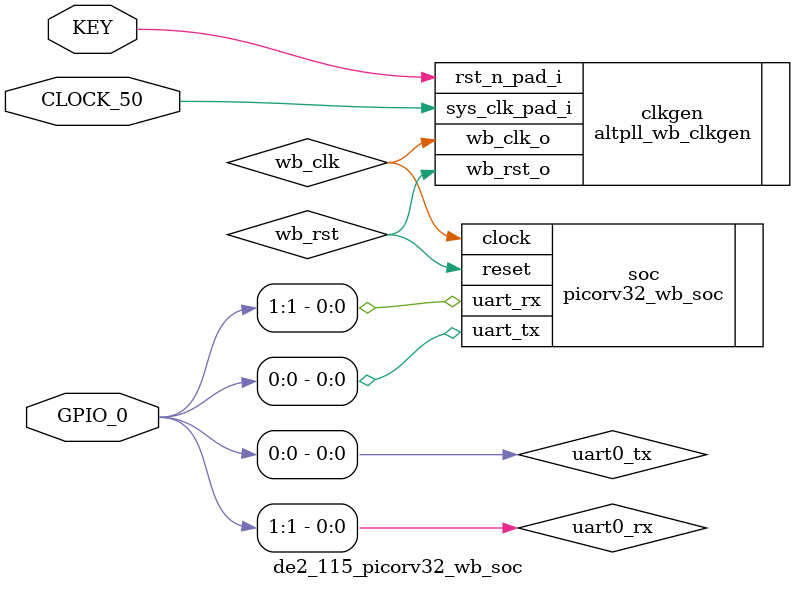
<source format=v>
module de2_115_picorv32_wb_soc(
	input CLOCK_50,
	input KEY,
	inout [1:0] GPIO_0
	);

	wire wb_clk;
	wire wb_rst;

	altpll_wb_clkgen #(
		.DEVICE_FAMILY ("Cyclone IV E"),
		.INPUT_FREQUENCY (50),

		/* wb_clk: 24 MHz */
		.WB_DIVIDE_BY (25),
		.WB_MULTIPLY_BY (12)
	)
	clkgen(
		.sys_clk_pad_i (CLOCK_50),
		.rst_n_pad_i (KEY),

		.wb_clk_o (wb_clk),
		.wb_rst_o (wb_rst)
	);

	wire uart0_rx;
	wire uart0_tx;

	assign GPIO_0[0] = uart0_tx;
	assign uart0_rx = GPIO_0[1];

	picorv32_wb_soc #(
		.PROGADDR_RESET (32'h 0000_0000),

		.BOOTROM_MEMFILE ("nmon_picorv32-wb-soc_24MHz_115200.txt"),
		.BOOTROM_MEMDEPTH (1024),

		.SRAM0_MEMDEPTH (32768)
	)
	soc(
		.clock (wb_clk),
		.reset (wb_rst),

		.uart_rx (uart0_rx),
		.uart_tx (uart0_tx)
	);

endmodule

</source>
